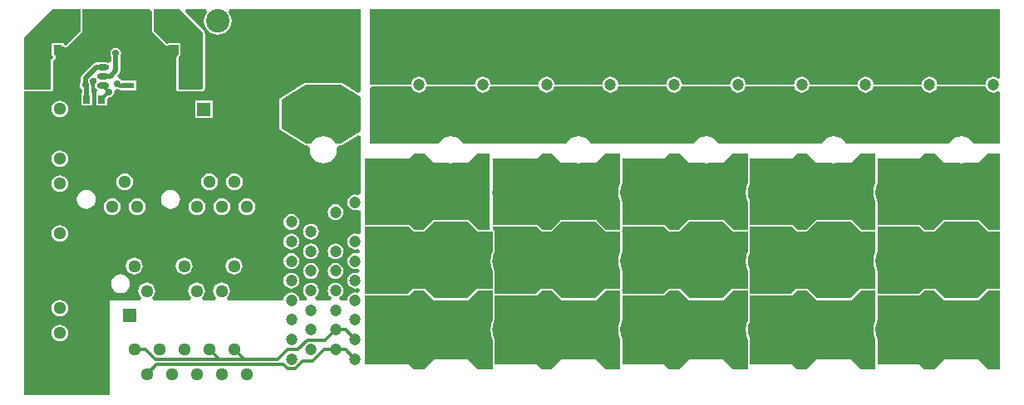
<source format=gtl>
G04 Layer_Physical_Order=1*
G04 Layer_Color=255*
%FSLAX24Y24*%
%MOIN*%
G70*
G01*
G75*
%ADD10O,0.0472X0.0236*%
%ADD11R,0.0472X0.0236*%
%ADD12R,0.0276X0.0354*%
%ADD13R,0.0315X0.0354*%
%ADD14C,0.0157*%
%ADD15C,0.0197*%
%ADD16C,0.0118*%
%ADD17R,0.0532X0.0532*%
%ADD18C,0.0532*%
%ADD19C,0.0945*%
%ADD20C,0.0472*%
%ADD21C,0.1654*%
%ADD22C,0.0512*%
%ADD23C,0.0276*%
%ADD24C,0.0394*%
G36*
X29134Y3130D02*
X29120Y3104D01*
X29068Y2933D01*
X29051Y2756D01*
X29068Y2578D01*
X29120Y2408D01*
X29134Y2382D01*
Y1181D01*
X28543D01*
X28150Y1575D01*
X26772D01*
X26378Y1181D01*
X25984D01*
X25787Y1378D01*
X24096D01*
Y2382D01*
X24095Y2386D01*
X24096Y2390D01*
X24092Y2401D01*
X24090Y2412D01*
X24088Y2416D01*
X24087Y2420D01*
X24076Y2439D01*
X24029Y2594D01*
X24016Y2731D01*
Y2781D01*
X24029Y2918D01*
X24076Y3073D01*
X24087Y3092D01*
X24088Y3096D01*
X24090Y3099D01*
X24092Y3111D01*
X24096Y3122D01*
X24095Y3126D01*
X24096Y3130D01*
Y4134D01*
X25787D01*
X25984Y4331D01*
X26378D01*
X26772Y3937D01*
X28150D01*
X28543Y4331D01*
X29134D01*
Y3130D01*
D02*
G37*
G36*
X34252D02*
X34238Y3104D01*
X34186Y2933D01*
X34169Y2756D01*
X34186Y2578D01*
X34238Y2408D01*
X34252Y2382D01*
Y1181D01*
X33661D01*
X33268Y1575D01*
X31890D01*
X31496Y1181D01*
X31102D01*
X30906Y1378D01*
X29214D01*
Y2382D01*
X29213Y2386D01*
X29214Y2390D01*
X29210Y2401D01*
X29208Y2412D01*
X29206Y2416D01*
X29205Y2420D01*
X29195Y2439D01*
X29147Y2594D01*
X29134Y2731D01*
Y2781D01*
X29147Y2918D01*
X29195Y3073D01*
X29205Y3092D01*
X29206Y3096D01*
X29208Y3099D01*
X29210Y3111D01*
X29214Y3122D01*
X29213Y3126D01*
X29214Y3130D01*
Y4134D01*
X30906D01*
X31102Y4331D01*
X31496D01*
X31890Y3937D01*
X33268D01*
X33661Y4331D01*
X34252D01*
Y3130D01*
D02*
G37*
G36*
X24016D02*
X24002Y3104D01*
X23950Y2933D01*
X23933Y2756D01*
X23950Y2578D01*
X24002Y2408D01*
X24016Y2382D01*
Y1181D01*
X23425D01*
X23031Y1575D01*
X21654D01*
X21260Y1181D01*
X20866D01*
X20669Y1378D01*
X18978D01*
Y2382D01*
X18977Y2386D01*
X18978Y2390D01*
X18974Y2401D01*
X18972Y2412D01*
X18970Y2416D01*
X18968Y2420D01*
X18958Y2439D01*
X18911Y2594D01*
X18898Y2731D01*
Y2781D01*
X18911Y2918D01*
X18958Y3073D01*
X18968Y3092D01*
X18970Y3096D01*
X18972Y3099D01*
X18974Y3111D01*
X18978Y3122D01*
X18977Y3126D01*
X18978Y3130D01*
Y4134D01*
X20669D01*
X20866Y4331D01*
X21260D01*
X21654Y3937D01*
X23031D01*
X23425Y4331D01*
X24016D01*
Y3130D01*
D02*
G37*
G36*
X24016Y8642D02*
X24002Y8616D01*
X23950Y8445D01*
X23933Y8268D01*
X23950Y8090D01*
X24002Y7920D01*
X24016Y7894D01*
Y6773D01*
X24016Y6773D01*
X23458D01*
X23088Y7143D01*
X23062Y7161D01*
X23031Y7167D01*
X21654D01*
X21623Y7161D01*
X21597Y7143D01*
X21597Y7143D01*
X21227Y6773D01*
X20899D01*
X20726Y6947D01*
X20700Y6964D01*
X20669Y6970D01*
X18898D01*
Y9646D01*
X20669D01*
X20866Y9843D01*
X21260D01*
X21654Y9449D01*
X22232D01*
X22343Y9434D01*
X22453Y9449D01*
X23031D01*
X23425Y9843D01*
X24016D01*
Y8642D01*
D02*
G37*
G36*
X18780Y9843D02*
Y6773D01*
X18340D01*
X17970Y7143D01*
X17944Y7161D01*
X17913Y7167D01*
X16535D01*
X16505Y7161D01*
X16479Y7143D01*
X16479Y7143D01*
X16108Y6773D01*
X15781D01*
X15608Y6947D01*
X15582Y6964D01*
X15551Y6970D01*
X13780D01*
Y9646D01*
X15551D01*
X15748Y9843D01*
X16142D01*
X16535Y9449D01*
X17114D01*
X17224Y9434D01*
X17335Y9449D01*
X17913D01*
X18307Y9843D01*
X18780Y9843D01*
D02*
G37*
G36*
X39250Y1181D02*
X38780D01*
X38386Y1575D01*
X37008D01*
X36614Y1181D01*
X36220D01*
X36024Y1378D01*
X34332D01*
Y2382D01*
X34331Y2386D01*
X34332Y2390D01*
X34328Y2401D01*
X34326Y2412D01*
X34324Y2416D01*
X34323Y2420D01*
X34313Y2439D01*
X34265Y2594D01*
X34252Y2731D01*
Y2781D01*
X34265Y2918D01*
X34313Y3073D01*
X34323Y3092D01*
X34324Y3096D01*
X34326Y3099D01*
X34328Y3111D01*
X34332Y3122D01*
X34331Y3126D01*
X34332Y3130D01*
Y4134D01*
X36024D01*
X36220Y4331D01*
X36614D01*
X37008Y3937D01*
X38386D01*
X38780Y4331D01*
X39250D01*
Y1181D01*
D02*
G37*
G36*
X23425Y6693D02*
X24016D01*
Y5886D01*
X24002Y5860D01*
X23950Y5689D01*
X23933Y5512D01*
X23950Y5334D01*
X24002Y5164D01*
X24016Y5138D01*
Y4411D01*
X23425D01*
X23394Y4405D01*
X23368Y4387D01*
X23368Y4387D01*
X22998Y4017D01*
X21687D01*
X21317Y4387D01*
X21291Y4405D01*
X21260Y4411D01*
X20866D01*
X20835Y4405D01*
X20809Y4387D01*
X20809Y4387D01*
X20636Y4214D01*
X18978D01*
Y4331D01*
X18972Y4361D01*
X18966Y4371D01*
X18972Y4380D01*
X18978Y4411D01*
Y5138D01*
X18977Y5142D01*
X18978Y5146D01*
X18974Y5157D01*
X18972Y5168D01*
X18970Y5172D01*
X18968Y5176D01*
X18958Y5194D01*
X18911Y5350D01*
X18898Y5487D01*
Y5537D01*
X18911Y5674D01*
X18958Y5829D01*
X18968Y5848D01*
X18970Y5852D01*
X18972Y5855D01*
X18974Y5867D01*
X18978Y5878D01*
X18977Y5882D01*
X18978Y5886D01*
Y6693D01*
X18972Y6724D01*
X18954Y6750D01*
X18928Y6767D01*
X18898Y6773D01*
X18898D01*
Y6890D01*
X20669D01*
X20866Y6693D01*
X21260D01*
X21654Y7087D01*
X23031D01*
X23425Y6693D01*
D02*
G37*
G36*
X18307D02*
X18898D01*
Y5886D01*
X18884Y5860D01*
X18832Y5689D01*
X18815Y5512D01*
X18832Y5334D01*
X18884Y5164D01*
X18898Y5138D01*
Y4411D01*
X18307D01*
X18276Y4405D01*
X18250Y4387D01*
X18250Y4387D01*
X17880Y4017D01*
X16569D01*
X16199Y4387D01*
X16172Y4405D01*
X16142Y4411D01*
X15748D01*
X15717Y4405D01*
X15691Y4387D01*
X15691Y4387D01*
X15518Y4214D01*
X13780D01*
X13780Y4214D01*
Y6890D01*
X15551D01*
X15748Y6693D01*
X16142D01*
X16535Y7087D01*
X17913D01*
X18307Y6693D01*
D02*
G37*
G36*
X28543D02*
X29134D01*
Y5886D01*
X29120Y5860D01*
X29068Y5689D01*
X29051Y5512D01*
X29068Y5334D01*
X29120Y5164D01*
X29134Y5138D01*
Y4411D01*
X28543D01*
X28513Y4405D01*
X28487Y4387D01*
X28487Y4387D01*
X28116Y4017D01*
X26805D01*
X26435Y4387D01*
X26409Y4405D01*
X26378Y4411D01*
X25984D01*
X25954Y4405D01*
X25927Y4387D01*
X25927Y4387D01*
X25754Y4214D01*
X24096D01*
Y4331D01*
X24090Y4361D01*
X24084Y4371D01*
X24090Y4380D01*
X24096Y4411D01*
Y5138D01*
X24095Y5142D01*
X24096Y5146D01*
X24092Y5157D01*
X24090Y5168D01*
X24088Y5172D01*
X24087Y5176D01*
X24076Y5194D01*
X24029Y5350D01*
X24016Y5487D01*
Y5537D01*
X24029Y5674D01*
X24076Y5829D01*
X24087Y5848D01*
X24088Y5852D01*
X24090Y5855D01*
X24092Y5867D01*
X24096Y5878D01*
X24095Y5882D01*
X24096Y5886D01*
Y6693D01*
X24090Y6724D01*
X24084Y6733D01*
X24090Y6742D01*
X24096Y6773D01*
Y6890D01*
X25787D01*
X25984Y6693D01*
X26378D01*
X26772Y7087D01*
X28150D01*
X28543Y6693D01*
D02*
G37*
G36*
X38780D02*
X39250D01*
Y4411D01*
X38780D01*
X38749Y4405D01*
X38723Y4387D01*
X38723Y4387D01*
X38353Y4017D01*
X37041D01*
X36671Y4387D01*
X36645Y4405D01*
X36614Y4411D01*
X36220D01*
X36190Y4405D01*
X36164Y4387D01*
X36164Y4387D01*
X35990Y4214D01*
X34332D01*
Y4331D01*
X34326Y4361D01*
X34320Y4371D01*
X34326Y4380D01*
X34332Y4411D01*
Y5138D01*
X34331Y5142D01*
X34332Y5146D01*
X34328Y5157D01*
X34326Y5168D01*
X34324Y5172D01*
X34323Y5176D01*
X34313Y5194D01*
X34265Y5350D01*
X34252Y5487D01*
Y5537D01*
X34265Y5674D01*
X34313Y5829D01*
X34323Y5848D01*
X34324Y5852D01*
X34326Y5855D01*
X34328Y5867D01*
X34332Y5878D01*
X34331Y5882D01*
X34332Y5886D01*
Y6693D01*
X34326Y6724D01*
X34320Y6733D01*
X34326Y6742D01*
X34332Y6773D01*
Y6890D01*
X36024D01*
X36220Y6693D01*
X36614D01*
X37008Y7087D01*
X38386D01*
X38780Y6693D01*
D02*
G37*
G36*
X33661D02*
X34252D01*
Y5886D01*
X34238Y5860D01*
X34186Y5689D01*
X34169Y5512D01*
X34186Y5334D01*
X34238Y5164D01*
X34252Y5138D01*
Y4411D01*
X34252Y4411D01*
X33661D01*
X33631Y4405D01*
X33605Y4387D01*
X33605Y4387D01*
X33234Y4017D01*
X31923D01*
X31553Y4387D01*
X31527Y4405D01*
X31496Y4411D01*
X31102D01*
X31072Y4405D01*
X31046Y4387D01*
X31046Y4387D01*
X30872Y4214D01*
X29214D01*
Y4331D01*
X29208Y4361D01*
X29202Y4371D01*
X29208Y4380D01*
X29214Y4411D01*
Y5138D01*
X29213Y5142D01*
X29214Y5146D01*
X29210Y5157D01*
X29208Y5168D01*
X29206Y5172D01*
X29205Y5176D01*
X29195Y5194D01*
X29147Y5350D01*
X29134Y5487D01*
Y5537D01*
X29147Y5674D01*
X29195Y5829D01*
X29205Y5848D01*
X29206Y5852D01*
X29208Y5855D01*
X29210Y5867D01*
X29214Y5878D01*
X29213Y5882D01*
X29214Y5886D01*
Y6693D01*
X29208Y6724D01*
X29202Y6733D01*
X29208Y6742D01*
X29214Y6773D01*
Y6890D01*
X30906D01*
X31102Y6693D01*
X31496D01*
X31890Y7087D01*
X33268D01*
X33661Y6693D01*
D02*
G37*
G36*
X29134Y8642D02*
X29120Y8616D01*
X29068Y8445D01*
X29051Y8268D01*
X29068Y8090D01*
X29120Y7920D01*
X29134Y7894D01*
Y6773D01*
X28577D01*
X28206Y7143D01*
X28180Y7161D01*
X28150Y7167D01*
X26772D01*
X26741Y7161D01*
X26715Y7143D01*
X26715Y7143D01*
X26345Y6773D01*
X26018D01*
X25844Y6947D01*
X25818Y6964D01*
X25787Y6970D01*
X24096D01*
Y7894D01*
X24095Y7897D01*
X24096Y7901D01*
X24092Y7913D01*
X24090Y7924D01*
X24088Y7928D01*
X24087Y7931D01*
X24076Y7950D01*
X24029Y8106D01*
X24016Y8243D01*
Y8293D01*
X24029Y8429D01*
X24076Y8585D01*
X24087Y8604D01*
X24088Y8608D01*
X24090Y8611D01*
X24092Y8623D01*
X24096Y8634D01*
X24095Y8638D01*
X24096Y8642D01*
Y9646D01*
X25787D01*
X25984Y9843D01*
X26378D01*
X26772Y9449D01*
X27350D01*
X27461Y9434D01*
X27571Y9449D01*
X28150D01*
X28543Y9843D01*
X29134D01*
Y8642D01*
D02*
G37*
G36*
X13622Y12316D02*
X13519Y12258D01*
X13349Y12360D01*
X13348Y12360D01*
X13348Y12361D01*
X13336Y12364D01*
X13334Y12366D01*
X13267Y12393D01*
X13218Y12431D01*
X13218Y12432D01*
X13206Y12442D01*
X13195Y12452D01*
X12837Y12667D01*
X12831Y12669D01*
X12826Y12673D01*
X12816Y12675D01*
X12807Y12678D01*
X12801Y12678D01*
X12795Y12679D01*
X11417D01*
X11411Y12678D01*
X11406Y12678D01*
X11396Y12675D01*
X11387Y12673D01*
X11382Y12669D01*
X11376Y12667D01*
X11017Y12452D01*
X11006Y12442D01*
X10995Y12432D01*
X10994Y12431D01*
X10945Y12393D01*
X10878Y12366D01*
X10876Y12364D01*
X10865Y12361D01*
X10864Y12360D01*
X10864Y12360D01*
X10392Y12077D01*
X10384Y12070D01*
X10376Y12065D01*
X10373Y12060D01*
X10369Y12056D01*
X10364Y12047D01*
X10359Y12039D01*
X10358Y12033D01*
X10355Y12027D01*
X10355Y12018D01*
X10353Y12008D01*
Y10827D01*
X10355Y10817D01*
X10355Y10807D01*
X10358Y10802D01*
X10359Y10796D01*
X10364Y10788D01*
X10369Y10779D01*
X10373Y10775D01*
X10376Y10770D01*
X10384Y10765D01*
X10392Y10758D01*
X11376Y10167D01*
X11382Y10165D01*
X11387Y10162D01*
X11396Y10160D01*
X11406Y10157D01*
X11411Y10157D01*
X11417Y10156D01*
X11473D01*
X11568Y10038D01*
X11560Y9980D01*
X11579Y9839D01*
X11633Y9707D01*
X11720Y9594D01*
X11833Y9507D01*
X11965Y9453D01*
X12106Y9434D01*
X12248Y9453D01*
X12379Y9507D01*
X12492Y9594D01*
X12579Y9707D01*
X12634Y9839D01*
X12652Y9980D01*
X12645Y10038D01*
X12740Y10156D01*
X12795D01*
X12801Y10157D01*
X12807Y10157D01*
X12816Y10160D01*
X12826Y10162D01*
X12831Y10165D01*
X12837Y10167D01*
X13519Y10577D01*
X13622Y10519D01*
Y8239D01*
X13603Y8216D01*
X13504Y8166D01*
X13468Y8181D01*
X13386Y8192D01*
X13304Y8181D01*
X13227Y8149D01*
X13161Y8099D01*
X13111Y8033D01*
X13079Y7956D01*
X13068Y7874D01*
X13079Y7792D01*
X13111Y7715D01*
X13161Y7649D01*
X13227Y7599D01*
X13304Y7567D01*
X13386Y7556D01*
X13468Y7567D01*
X13504Y7582D01*
X13603Y7532D01*
X13622Y7509D01*
Y6664D01*
X13603Y6641D01*
X13504Y6591D01*
X13468Y6606D01*
X13386Y6617D01*
X13304Y6606D01*
X13227Y6574D01*
X13161Y6524D01*
X13111Y6458D01*
X13079Y6381D01*
X13068Y6299D01*
X13079Y6217D01*
X13111Y6140D01*
X13161Y6075D01*
X13227Y6024D01*
X13304Y5992D01*
X13386Y5982D01*
X13468Y5992D01*
X13582Y5931D01*
X13589Y5906D01*
X13582Y5880D01*
X13468Y5819D01*
X13386Y5829D01*
X13304Y5819D01*
X13227Y5787D01*
X13161Y5736D01*
X13111Y5671D01*
X13079Y5594D01*
X13068Y5512D01*
X13079Y5430D01*
X13111Y5353D01*
X13161Y5287D01*
X13227Y5237D01*
X13304Y5205D01*
X13386Y5194D01*
X13468Y5205D01*
X13582Y5144D01*
X13589Y5118D01*
X13582Y5092D01*
X13468Y5031D01*
X13386Y5042D01*
X13304Y5031D01*
X13227Y5000D01*
X13161Y4949D01*
X13111Y4883D01*
X13079Y4807D01*
X13068Y4724D01*
X13079Y4642D01*
X13111Y4566D01*
X13161Y4500D01*
X13227Y4449D01*
X13304Y4418D01*
X13386Y4407D01*
X13468Y4418D01*
X13582Y4356D01*
X13589Y4331D01*
X13582Y4305D01*
X13468Y4244D01*
X13386Y4255D01*
X13304Y4244D01*
X13227Y4212D01*
X13161Y4162D01*
X13111Y4096D01*
X13079Y4019D01*
X13068Y3937D01*
X12780D01*
X12756Y4055D01*
X12757Y4056D01*
X12823Y4106D01*
X12874Y4172D01*
X12905Y4248D01*
X12916Y4331D01*
X12905Y4413D01*
X12874Y4490D01*
X12823Y4555D01*
X12757Y4606D01*
X12681Y4638D01*
X12598Y4648D01*
X12516Y4638D01*
X12440Y4606D01*
X12374Y4555D01*
X12323Y4490D01*
X12292Y4413D01*
X12281Y4331D01*
X12292Y4248D01*
X12323Y4172D01*
X12374Y4106D01*
X12440Y4056D01*
X12441Y4055D01*
X12417Y3937D01*
X11795D01*
X11772Y4055D01*
X11773Y4056D01*
X11839Y4106D01*
X11889Y4172D01*
X11921Y4248D01*
X11932Y4331D01*
X11921Y4413D01*
X11889Y4490D01*
X11839Y4555D01*
X11773Y4606D01*
X11696Y4638D01*
X11614Y4648D01*
X11532Y4638D01*
X11455Y4606D01*
X11390Y4555D01*
X11339Y4490D01*
X11307Y4413D01*
X11296Y4331D01*
X11307Y4248D01*
X11339Y4172D01*
X11390Y4106D01*
X11455Y4056D01*
X11456Y4055D01*
X11433Y3937D01*
X11144D01*
X11134Y4019D01*
X11102Y4096D01*
X11051Y4162D01*
X10986Y4212D01*
X10909Y4244D01*
X10827Y4255D01*
X10745Y4244D01*
X10668Y4212D01*
X10602Y4162D01*
X10552Y4096D01*
X10520Y4019D01*
X10509Y3937D01*
X8279D01*
X8239Y4055D01*
X8266Y4076D01*
X8320Y4146D01*
X8354Y4228D01*
X8365Y4315D01*
X8354Y4402D01*
X8320Y4484D01*
X8266Y4554D01*
X8196Y4607D01*
X8115Y4641D01*
X8028Y4652D01*
X7940Y4641D01*
X7859Y4607D01*
X7789Y4554D01*
X7735Y4484D01*
X7702Y4402D01*
X7690Y4315D01*
X7702Y4228D01*
X7735Y4146D01*
X7789Y4076D01*
X7816Y4055D01*
X7776Y3937D01*
X7279D01*
X7239Y4055D01*
X7266Y4076D01*
X7320Y4146D01*
X7354Y4228D01*
X7365Y4315D01*
X7354Y4402D01*
X7320Y4484D01*
X7266Y4554D01*
X7196Y4607D01*
X7115Y4641D01*
X7028Y4652D01*
X6940Y4641D01*
X6859Y4607D01*
X6789Y4554D01*
X6735Y4484D01*
X6702Y4402D01*
X6690Y4315D01*
X6702Y4228D01*
X6735Y4146D01*
X6789Y4076D01*
X6816Y4055D01*
X6776Y3937D01*
X5279D01*
X5239Y4055D01*
X5266Y4076D01*
X5320Y4146D01*
X5354Y4228D01*
X5365Y4315D01*
X5354Y4402D01*
X5320Y4484D01*
X5266Y4554D01*
X5196Y4607D01*
X5115Y4641D01*
X5028Y4652D01*
X4940Y4641D01*
X4859Y4607D01*
X4789Y4554D01*
X4735Y4484D01*
X4702Y4402D01*
X4690Y4315D01*
X4702Y4228D01*
X4735Y4146D01*
X4789Y4076D01*
X4816Y4055D01*
X4776Y3937D01*
X3543D01*
Y120D01*
X120D01*
Y12321D01*
X1181D01*
X1212Y12327D01*
X1238Y12345D01*
X1255Y12371D01*
X1261Y12402D01*
Y13549D01*
X1342Y13630D01*
X1360Y13656D01*
X1366Y13687D01*
X1360Y13718D01*
X1330Y13791D01*
X1312Y13817D01*
X1301Y13824D01*
Y14191D01*
X1614D01*
X1619Y14167D01*
X1636Y14141D01*
X1662Y14123D01*
X1735Y14093D01*
X1766Y14087D01*
X1796Y14093D01*
X1822Y14110D01*
X2419Y14707D01*
X2436Y14733D01*
X2442Y14764D01*
Y15628D01*
X5151D01*
X5235Y15544D01*
X5235Y14764D01*
X5241Y14733D01*
X5258Y14707D01*
X5779Y14186D01*
X5805Y14169D01*
X5836Y14163D01*
X5867Y14169D01*
X5921Y14191D01*
X6298D01*
Y13816D01*
X6242Y13761D01*
X6225Y13735D01*
X6219Y13704D01*
X6219Y12402D01*
X6225Y12371D01*
X6242Y12345D01*
X6268Y12327D01*
X6299Y12321D01*
X7228D01*
X7228Y12321D01*
X7259Y12327D01*
X7285Y12345D01*
X7285Y12345D01*
X7340Y12400D01*
X7358Y12427D01*
X7364Y12457D01*
X7364Y14680D01*
X7358Y14711D01*
X7340Y14737D01*
X7340Y14737D01*
X6559Y15518D01*
X6604Y15628D01*
X7396D01*
X7449Y15510D01*
X7393Y15435D01*
X7337Y15301D01*
X7318Y15157D01*
X7337Y15014D01*
X7393Y14880D01*
X7481Y14764D01*
X7596Y14676D01*
X7730Y14620D01*
X7874Y14602D01*
X8018Y14620D01*
X8152Y14676D01*
X8267Y14764D01*
X8355Y14880D01*
X8411Y15014D01*
X8430Y15157D01*
X8411Y15301D01*
X8355Y15435D01*
X8299Y15510D01*
X8352Y15628D01*
X13622D01*
Y12316D01*
D02*
G37*
G36*
X26499Y12518D02*
X28422Y12518D01*
X28433Y12516D01*
X28465Y12440D01*
X28516Y12374D01*
X28581Y12323D01*
X28658Y12292D01*
X28740Y12281D01*
X28822Y12292D01*
X28899Y12323D01*
X28965Y12374D01*
X29015Y12440D01*
X29047Y12516D01*
X29058Y12518D01*
X30982D01*
X30992Y12516D01*
X31024Y12440D01*
X31075Y12374D01*
X31140Y12323D01*
X31217Y12292D01*
X31299Y12281D01*
X31381Y12292D01*
X31458Y12323D01*
X31524Y12374D01*
X31574Y12440D01*
X31606Y12516D01*
X31617Y12518D01*
X33541D01*
X33551Y12516D01*
X33583Y12440D01*
X33634Y12374D01*
X33699Y12323D01*
X33776Y12292D01*
X33858Y12281D01*
X33940Y12292D01*
X34017Y12323D01*
X34083Y12374D01*
X34133Y12440D01*
X34165Y12516D01*
X34176Y12518D01*
X36100D01*
X36110Y12516D01*
X36142Y12440D01*
X36193Y12374D01*
X36258Y12323D01*
X36335Y12292D01*
X36417Y12281D01*
X36500Y12292D01*
X36576Y12323D01*
X36642Y12374D01*
X36692Y12440D01*
X36724Y12516D01*
X36735Y12518D01*
X38659D01*
X38670Y12516D01*
X38701Y12440D01*
X38752Y12374D01*
X38818Y12323D01*
X38894Y12292D01*
X38976Y12281D01*
X39059Y12292D01*
X39135Y12323D01*
X39171Y12351D01*
X39250Y12313D01*
Y10236D01*
X38177D01*
X38170Y10253D01*
X38083Y10366D01*
X37970Y10453D01*
X37838Y10508D01*
X37697Y10526D01*
X37556Y10508D01*
X37424Y10453D01*
X37311Y10366D01*
X37224Y10253D01*
X37217Y10236D01*
X33059D01*
X33052Y10253D01*
X32965Y10366D01*
X32852Y10453D01*
X32720Y10508D01*
X32579Y10526D01*
X32437Y10508D01*
X32306Y10453D01*
X32193Y10366D01*
X32106Y10253D01*
X32099Y10236D01*
X27941D01*
X27933Y10253D01*
X27847Y10366D01*
X27734Y10453D01*
X27602Y10508D01*
X27461Y10526D01*
X27319Y10508D01*
X27188Y10453D01*
X27075Y10366D01*
X26988Y10253D01*
X26981Y10236D01*
X22822D01*
X22815Y10253D01*
X22729Y10366D01*
X22616Y10453D01*
X22484Y10508D01*
X22343Y10526D01*
X22201Y10508D01*
X22070Y10453D01*
X21956Y10366D01*
X21870Y10253D01*
X21863Y10236D01*
X17704D01*
X17697Y10253D01*
X17610Y10366D01*
X17497Y10453D01*
X17366Y10508D01*
X17224Y10526D01*
X17083Y10508D01*
X16951Y10453D01*
X16838Y10366D01*
X16752Y10253D01*
X16744Y10236D01*
X13976D01*
Y12462D01*
X14032Y12518D01*
X15627D01*
X15638Y12516D01*
X15670Y12440D01*
X15720Y12374D01*
X15786Y12323D01*
X15863Y12292D01*
X15945Y12281D01*
X16027Y12292D01*
X16104Y12323D01*
X16170Y12374D01*
X16220Y12440D01*
X16252Y12516D01*
X16256Y12519D01*
X16263Y12518D01*
X18186D01*
X18193Y12519D01*
X18197Y12516D01*
X18229Y12440D01*
X18279Y12374D01*
X18345Y12323D01*
X18422Y12292D01*
X18504Y12281D01*
X18586Y12292D01*
X18663Y12323D01*
X18729Y12374D01*
X18779Y12440D01*
X18811Y12516D01*
X18815Y12519D01*
X18822Y12518D01*
X20745D01*
X20752Y12519D01*
X20756Y12516D01*
X20788Y12440D01*
X20838Y12374D01*
X20904Y12323D01*
X20981Y12292D01*
X21063Y12281D01*
X21145Y12292D01*
X21222Y12323D01*
X21288Y12374D01*
X21338Y12440D01*
X21370Y12516D01*
X21374Y12519D01*
X21381Y12518D01*
X23304D01*
X23311Y12519D01*
X23315Y12516D01*
X23347Y12440D01*
X23397Y12374D01*
X23463Y12323D01*
X23540Y12292D01*
X23622Y12281D01*
X23704Y12292D01*
X23781Y12323D01*
X23847Y12374D01*
X23897Y12440D01*
X23929Y12516D01*
X23933Y12519D01*
X23940Y12518D01*
X25863D01*
X25870Y12519D01*
X25874Y12516D01*
X25906Y12440D01*
X25956Y12374D01*
X26022Y12323D01*
X26099Y12292D01*
X26181Y12281D01*
X26263Y12292D01*
X26340Y12323D01*
X26406Y12374D01*
X26456Y12440D01*
X26488Y12516D01*
X26492Y12519D01*
X26499Y12518D01*
D02*
G37*
G36*
X2362Y14764D02*
X1766Y14167D01*
X1693Y14197D01*
Y14272D01*
X1220D01*
Y13760D01*
X1255D01*
X1286Y13687D01*
X1181Y13583D01*
Y12402D01*
X120D01*
Y14490D01*
X1258Y15628D01*
X2362D01*
Y14764D01*
D02*
G37*
G36*
X7283Y14680D02*
X7283Y12457D01*
X7228Y12402D01*
X6299D01*
X6299Y13704D01*
X6355Y13760D01*
X6378D01*
Y14272D01*
X5906D01*
X5906Y14272D01*
Y14272D01*
X5836Y14243D01*
X5315Y14764D01*
X5315Y15628D01*
X6336D01*
X7283Y14680D01*
D02*
G37*
G36*
X39250Y12884D02*
X39171Y12846D01*
X39135Y12874D01*
X39059Y12905D01*
X38976Y12916D01*
X38894Y12905D01*
X38818Y12874D01*
X38752Y12823D01*
X38701Y12757D01*
X38670Y12681D01*
X38659Y12598D01*
X38659Y12598D01*
X36735D01*
X36735Y12598D01*
X36724Y12681D01*
X36692Y12757D01*
X36642Y12823D01*
X36576Y12874D01*
X36500Y12905D01*
X36417Y12916D01*
X36335Y12905D01*
X36258Y12874D01*
X36193Y12823D01*
X36142Y12757D01*
X36110Y12681D01*
X36100Y12598D01*
X36100Y12598D01*
X34176D01*
X34176Y12598D01*
X34165Y12681D01*
X34133Y12757D01*
X34083Y12823D01*
X34017Y12874D01*
X33940Y12905D01*
X33858Y12916D01*
X33776Y12905D01*
X33699Y12874D01*
X33634Y12823D01*
X33583Y12757D01*
X33551Y12681D01*
X33541Y12598D01*
X33541Y12598D01*
X31617D01*
X31617Y12598D01*
X31606Y12681D01*
X31574Y12757D01*
X31524Y12823D01*
X31458Y12874D01*
X31381Y12905D01*
X31299Y12916D01*
X31217Y12905D01*
X31140Y12874D01*
X31075Y12823D01*
X31024Y12757D01*
X30992Y12681D01*
X30982Y12598D01*
X30982Y12598D01*
X29058D01*
X29058Y12598D01*
X29047Y12681D01*
X29015Y12757D01*
X28965Y12823D01*
X28899Y12874D01*
X28822Y12905D01*
X28740Y12916D01*
X28658Y12905D01*
X28581Y12874D01*
X28516Y12823D01*
X28465Y12757D01*
X28433Y12681D01*
X28422Y12598D01*
X28422Y12598D01*
X26499Y12598D01*
X26499Y12598D01*
X26488Y12681D01*
X26456Y12757D01*
X26406Y12823D01*
X26340Y12874D01*
X26263Y12905D01*
X26181Y12916D01*
X26099Y12905D01*
X26022Y12874D01*
X25956Y12823D01*
X25906Y12757D01*
X25874Y12681D01*
X25863Y12598D01*
X25863Y12598D01*
X23940D01*
X23940Y12598D01*
X23929Y12681D01*
X23897Y12757D01*
X23847Y12823D01*
X23781Y12874D01*
X23704Y12905D01*
X23622Y12916D01*
X23540Y12905D01*
X23463Y12874D01*
X23397Y12823D01*
X23347Y12757D01*
X23315Y12681D01*
X23304Y12598D01*
X23304Y12598D01*
X21381D01*
X21381Y12598D01*
X21370Y12681D01*
X21338Y12757D01*
X21288Y12823D01*
X21222Y12874D01*
X21145Y12905D01*
X21063Y12916D01*
X20981Y12905D01*
X20904Y12874D01*
X20838Y12823D01*
X20788Y12757D01*
X20756Y12681D01*
X20745Y12598D01*
X20745Y12598D01*
X18822D01*
X18822Y12598D01*
X18811Y12681D01*
X18779Y12757D01*
X18729Y12823D01*
X18663Y12874D01*
X18586Y12905D01*
X18504Y12916D01*
X18422Y12905D01*
X18345Y12874D01*
X18279Y12823D01*
X18229Y12757D01*
X18197Y12681D01*
X18186Y12598D01*
X18186Y12598D01*
X16263D01*
X16263Y12598D01*
X16252Y12681D01*
X16220Y12757D01*
X16170Y12823D01*
X16104Y12874D01*
X16027Y12905D01*
X15945Y12916D01*
X15863Y12905D01*
X15786Y12874D01*
X15720Y12823D01*
X15670Y12757D01*
X15638Y12681D01*
X15627Y12598D01*
X15627Y12598D01*
X13976D01*
Y15628D01*
X39250D01*
Y12884D01*
D02*
G37*
G36*
Y6773D02*
X38813D01*
X38443Y7143D01*
X38417Y7161D01*
X38386Y7167D01*
X37008D01*
X36977Y7161D01*
X36951Y7143D01*
X36951Y7143D01*
X36581Y6773D01*
X36254D01*
X36080Y6947D01*
X36054Y6964D01*
X36024Y6970D01*
X34332D01*
Y7894D01*
X34331Y7897D01*
X34332Y7901D01*
X34328Y7913D01*
X34326Y7924D01*
X34324Y7928D01*
X34323Y7931D01*
X34313Y7950D01*
X34265Y8106D01*
X34252Y8243D01*
Y8293D01*
X34265Y8429D01*
X34313Y8585D01*
X34323Y8604D01*
X34324Y8608D01*
X34326Y8611D01*
X34328Y8623D01*
X34332Y8634D01*
X34331Y8638D01*
X34332Y8642D01*
Y9646D01*
X36024D01*
X36220Y9843D01*
X36614D01*
X37008Y9449D01*
X37587D01*
X37697Y9434D01*
X37807Y9449D01*
X38386D01*
X38780Y9843D01*
X39250D01*
Y6773D01*
D02*
G37*
G36*
X34252Y8642D02*
X34238Y8616D01*
X34186Y8445D01*
X34169Y8268D01*
X34186Y8090D01*
X34238Y7920D01*
X34252Y7894D01*
Y6773D01*
X33695D01*
X33324Y7143D01*
X33298Y7161D01*
X33268Y7167D01*
X31890D01*
X31859Y7161D01*
X31833Y7143D01*
X31833Y7143D01*
X31463Y6773D01*
X31136D01*
X30962Y6947D01*
X30936Y6964D01*
X30906Y6970D01*
X29214D01*
Y7894D01*
X29213Y7897D01*
X29214Y7901D01*
X29210Y7913D01*
X29208Y7924D01*
X29206Y7928D01*
X29205Y7931D01*
X29195Y7950D01*
X29147Y8106D01*
X29134Y8243D01*
Y8293D01*
X29147Y8429D01*
X29195Y8585D01*
X29205Y8604D01*
X29206Y8608D01*
X29208Y8611D01*
X29210Y8623D01*
X29214Y8634D01*
X29213Y8638D01*
X29214Y8642D01*
Y9646D01*
X30906D01*
X31102Y9843D01*
X31496D01*
X31890Y9449D01*
X32469D01*
X32579Y9434D01*
X32689Y9449D01*
X33268D01*
X33661Y9843D01*
X34252D01*
Y8642D01*
D02*
G37*
G36*
X13154Y12383D02*
X13161Y12374D01*
X13227Y12323D01*
X13304Y12292D01*
X13308Y12291D01*
X13622Y12102D01*
Y10732D01*
X12795Y10236D01*
X12586D01*
X12579Y10253D01*
X12492Y10366D01*
X12379Y10453D01*
X12248Y10508D01*
X12106Y10526D01*
X11965Y10508D01*
X11833Y10453D01*
X11720Y10366D01*
X11633Y10253D01*
X11626Y10236D01*
X11417D01*
X10433Y10827D01*
Y12008D01*
X10905Y12291D01*
X10909Y12292D01*
X10986Y12323D01*
X11051Y12374D01*
X11059Y12383D01*
X11417Y12598D01*
X12795D01*
X13154Y12383D01*
D02*
G37*
G36*
X18898Y3130D02*
X18884Y3104D01*
X18832Y2933D01*
X18815Y2756D01*
X18832Y2578D01*
X18884Y2408D01*
X18898Y2382D01*
Y1181D01*
X18307D01*
X17913Y1575D01*
X16535D01*
X16142Y1181D01*
X15748D01*
X15551Y1378D01*
X13780D01*
Y4134D01*
X15551D01*
X15748Y4331D01*
X16142D01*
X16535Y3937D01*
X17913D01*
X18307Y4331D01*
X18898D01*
Y3130D01*
D02*
G37*
%LPC*%
G36*
X11614Y6223D02*
X11532Y6212D01*
X11455Y6181D01*
X11390Y6130D01*
X11339Y6064D01*
X11307Y5988D01*
X11296Y5906D01*
X11307Y5823D01*
X11339Y5747D01*
X11390Y5681D01*
X11455Y5630D01*
X11532Y5599D01*
X11614Y5588D01*
X11696Y5599D01*
X11773Y5630D01*
X11839Y5681D01*
X11889Y5747D01*
X11921Y5823D01*
X11932Y5906D01*
X11921Y5988D01*
X11889Y6064D01*
X11839Y6130D01*
X11773Y6181D01*
X11696Y6212D01*
X11614Y6223D01*
D02*
G37*
G36*
X12598D02*
X12516Y6212D01*
X12440Y6181D01*
X12374Y6130D01*
X12323Y6064D01*
X12292Y5988D01*
X12281Y5906D01*
X12292Y5823D01*
X12323Y5747D01*
X12374Y5681D01*
X12440Y5630D01*
X12516Y5599D01*
X12598Y5588D01*
X12681Y5599D01*
X12757Y5630D01*
X12823Y5681D01*
X12874Y5747D01*
X12905Y5823D01*
X12916Y5906D01*
X12905Y5988D01*
X12874Y6064D01*
X12823Y6130D01*
X12757Y6181D01*
X12681Y6212D01*
X12598Y6223D01*
D02*
G37*
G36*
X10827Y6617D02*
X10745Y6606D01*
X10668Y6574D01*
X10602Y6524D01*
X10552Y6458D01*
X10520Y6381D01*
X10509Y6299D01*
X10520Y6217D01*
X10552Y6140D01*
X10602Y6075D01*
X10668Y6024D01*
X10745Y5992D01*
X10827Y5982D01*
X10909Y5992D01*
X10986Y6024D01*
X11051Y6075D01*
X11102Y6140D01*
X11134Y6217D01*
X11144Y6299D01*
X11134Y6381D01*
X11102Y6458D01*
X11051Y6524D01*
X10986Y6574D01*
X10909Y6606D01*
X10827Y6617D01*
D02*
G37*
G36*
X1535Y2960D02*
X1448Y2948D01*
X1367Y2914D01*
X1297Y2861D01*
X1243Y2791D01*
X1209Y2709D01*
X1198Y2622D01*
X1209Y2535D01*
X1243Y2453D01*
X1297Y2383D01*
X1367Y2330D01*
X1448Y2296D01*
X1535Y2285D01*
X1623Y2296D01*
X1704Y2330D01*
X1774Y2383D01*
X1828Y2453D01*
X1861Y2535D01*
X1873Y2622D01*
X1861Y2709D01*
X1828Y2791D01*
X1774Y2861D01*
X1704Y2914D01*
X1623Y2948D01*
X1535Y2960D01*
D02*
G37*
G36*
X10827Y5829D02*
X10745Y5819D01*
X10668Y5787D01*
X10602Y5736D01*
X10552Y5671D01*
X10520Y5594D01*
X10509Y5512D01*
X10520Y5430D01*
X10552Y5353D01*
X10602Y5287D01*
X10668Y5237D01*
X10745Y5205D01*
X10827Y5194D01*
X10909Y5205D01*
X10986Y5237D01*
X11051Y5287D01*
X11102Y5353D01*
X11134Y5430D01*
X11144Y5512D01*
X11134Y5594D01*
X11102Y5671D01*
X11051Y5736D01*
X10986Y5787D01*
X10909Y5819D01*
X10827Y5829D01*
D02*
G37*
G36*
Y5042D02*
X10745Y5031D01*
X10668Y5000D01*
X10602Y4949D01*
X10552Y4883D01*
X10520Y4807D01*
X10509Y4724D01*
X10520Y4642D01*
X10552Y4566D01*
X10602Y4500D01*
X10668Y4449D01*
X10745Y4418D01*
X10827Y4407D01*
X10909Y4418D01*
X10986Y4449D01*
X11051Y4500D01*
X11102Y4566D01*
X11134Y4642D01*
X11144Y4724D01*
X11134Y4807D01*
X11102Y4883D01*
X11051Y4949D01*
X10986Y5000D01*
X10909Y5031D01*
X10827Y5042D01*
D02*
G37*
G36*
X11614Y5436D02*
X11532Y5425D01*
X11455Y5393D01*
X11390Y5343D01*
X11339Y5277D01*
X11307Y5200D01*
X11296Y5118D01*
X11307Y5036D01*
X11339Y4959D01*
X11390Y4893D01*
X11455Y4843D01*
X11532Y4811D01*
X11614Y4800D01*
X11696Y4811D01*
X11773Y4843D01*
X11839Y4893D01*
X11889Y4959D01*
X11921Y5036D01*
X11932Y5118D01*
X11921Y5200D01*
X11889Y5277D01*
X11839Y5343D01*
X11773Y5393D01*
X11696Y5425D01*
X11614Y5436D01*
D02*
G37*
G36*
X1535Y3960D02*
X1448Y3948D01*
X1367Y3914D01*
X1297Y3861D01*
X1243Y3791D01*
X1209Y3709D01*
X1198Y3622D01*
X1209Y3535D01*
X1243Y3453D01*
X1297Y3383D01*
X1367Y3330D01*
X1448Y3296D01*
X1535Y3285D01*
X1623Y3296D01*
X1704Y3330D01*
X1774Y3383D01*
X1828Y3453D01*
X1861Y3535D01*
X1873Y3622D01*
X1861Y3709D01*
X1828Y3791D01*
X1774Y3861D01*
X1704Y3914D01*
X1623Y3948D01*
X1535Y3960D01*
D02*
G37*
G36*
X3976Y4984D02*
X3879Y4971D01*
X3788Y4933D01*
X3710Y4873D01*
X3650Y4795D01*
X3612Y4704D01*
X3599Y4606D01*
X3612Y4509D01*
X3650Y4418D01*
X3710Y4340D01*
X3788Y4280D01*
X3879Y4242D01*
X3976Y4229D01*
X4074Y4242D01*
X4165Y4280D01*
X4243Y4340D01*
X4303Y4418D01*
X4341Y4509D01*
X4354Y4606D01*
X4341Y4704D01*
X4303Y4795D01*
X4243Y4873D01*
X4165Y4933D01*
X4074Y4971D01*
X3976Y4984D01*
D02*
G37*
G36*
X6528Y5652D02*
X6440Y5641D01*
X6359Y5607D01*
X6289Y5554D01*
X6235Y5484D01*
X6202Y5402D01*
X6190Y5315D01*
X6202Y5228D01*
X6235Y5146D01*
X6289Y5076D01*
X6359Y5023D01*
X6440Y4989D01*
X6528Y4977D01*
X6615Y4989D01*
X6696Y5023D01*
X6766Y5076D01*
X6820Y5146D01*
X6854Y5228D01*
X6865Y5315D01*
X6854Y5402D01*
X6820Y5484D01*
X6766Y5554D01*
X6696Y5607D01*
X6615Y5641D01*
X6528Y5652D01*
D02*
G37*
G36*
X8528D02*
X8440Y5641D01*
X8359Y5607D01*
X8289Y5554D01*
X8235Y5484D01*
X8202Y5402D01*
X8190Y5315D01*
X8202Y5228D01*
X8235Y5146D01*
X8289Y5076D01*
X8359Y5023D01*
X8440Y4989D01*
X8528Y4977D01*
X8615Y4989D01*
X8696Y5023D01*
X8766Y5076D01*
X8820Y5146D01*
X8854Y5228D01*
X8865Y5315D01*
X8854Y5402D01*
X8820Y5484D01*
X8766Y5554D01*
X8696Y5607D01*
X8615Y5641D01*
X8528Y5652D01*
D02*
G37*
G36*
X12598Y5436D02*
X12516Y5425D01*
X12440Y5393D01*
X12374Y5343D01*
X12323Y5277D01*
X12292Y5200D01*
X12281Y5118D01*
X12292Y5036D01*
X12323Y4959D01*
X12374Y4893D01*
X12440Y4843D01*
X12516Y4811D01*
X12598Y4800D01*
X12681Y4811D01*
X12757Y4843D01*
X12823Y4893D01*
X12874Y4959D01*
X12905Y5036D01*
X12916Y5118D01*
X12905Y5200D01*
X12874Y5277D01*
X12823Y5343D01*
X12757Y5393D01*
X12681Y5425D01*
X12598Y5436D01*
D02*
G37*
G36*
X4528Y5652D02*
X4440Y5641D01*
X4359Y5607D01*
X4289Y5554D01*
X4235Y5484D01*
X4202Y5402D01*
X4190Y5315D01*
X4202Y5228D01*
X4235Y5146D01*
X4289Y5076D01*
X4359Y5023D01*
X4440Y4989D01*
X4528Y4977D01*
X4615Y4989D01*
X4696Y5023D01*
X4766Y5076D01*
X4820Y5146D01*
X4854Y5228D01*
X4865Y5315D01*
X4854Y5402D01*
X4820Y5484D01*
X4766Y5554D01*
X4696Y5607D01*
X4615Y5641D01*
X4528Y5652D01*
D02*
G37*
G36*
X1535Y6960D02*
X1448Y6948D01*
X1367Y6914D01*
X1297Y6861D01*
X1243Y6791D01*
X1209Y6709D01*
X1198Y6622D01*
X1209Y6535D01*
X1243Y6453D01*
X1297Y6383D01*
X1367Y6330D01*
X1448Y6296D01*
X1535Y6285D01*
X1623Y6296D01*
X1704Y6330D01*
X1774Y6383D01*
X1828Y6453D01*
X1861Y6535D01*
X1873Y6622D01*
X1861Y6709D01*
X1828Y6791D01*
X1774Y6861D01*
X1704Y6914D01*
X1623Y6948D01*
X1535Y6960D01*
D02*
G37*
G36*
X4150Y9038D02*
X4062Y9027D01*
X3981Y8993D01*
X3911Y8939D01*
X3857Y8870D01*
X3824Y8788D01*
X3812Y8701D01*
X3824Y8613D01*
X3857Y8532D01*
X3911Y8462D01*
X3981Y8408D01*
X4062Y8375D01*
X4150Y8363D01*
X4237Y8375D01*
X4318Y8408D01*
X4388Y8462D01*
X4442Y8532D01*
X4476Y8613D01*
X4487Y8701D01*
X4476Y8788D01*
X4442Y8870D01*
X4388Y8939D01*
X4318Y8993D01*
X4237Y9027D01*
X4150Y9038D01*
D02*
G37*
G36*
X7535D02*
X7448Y9027D01*
X7367Y8993D01*
X7297Y8939D01*
X7243Y8870D01*
X7209Y8788D01*
X7198Y8701D01*
X7209Y8613D01*
X7243Y8532D01*
X7297Y8462D01*
X7367Y8408D01*
X7448Y8375D01*
X7535Y8363D01*
X7623Y8375D01*
X7704Y8408D01*
X7774Y8462D01*
X7828Y8532D01*
X7861Y8613D01*
X7873Y8701D01*
X7861Y8788D01*
X7828Y8870D01*
X7774Y8939D01*
X7704Y8993D01*
X7623Y9027D01*
X7535Y9038D01*
D02*
G37*
G36*
X5984Y8369D02*
X5887Y8357D01*
X5796Y8319D01*
X5717Y8259D01*
X5658Y8181D01*
X5620Y8090D01*
X5607Y7992D01*
X5620Y7894D01*
X5658Y7804D01*
X5717Y7725D01*
X5796Y7665D01*
X5887Y7628D01*
X5984Y7615D01*
X6082Y7628D01*
X6173Y7665D01*
X6251Y7725D01*
X6311Y7804D01*
X6349Y7894D01*
X6361Y7992D01*
X6349Y8090D01*
X6311Y8181D01*
X6251Y8259D01*
X6173Y8319D01*
X6082Y8357D01*
X5984Y8369D01*
D02*
G37*
G36*
X1535Y8960D02*
X1448Y8948D01*
X1367Y8914D01*
X1297Y8861D01*
X1243Y8791D01*
X1209Y8709D01*
X1198Y8622D01*
X1209Y8535D01*
X1243Y8453D01*
X1297Y8383D01*
X1367Y8330D01*
X1448Y8296D01*
X1535Y8285D01*
X1623Y8296D01*
X1704Y8330D01*
X1774Y8383D01*
X1828Y8453D01*
X1861Y8535D01*
X1873Y8622D01*
X1861Y8709D01*
X1828Y8791D01*
X1774Y8861D01*
X1704Y8914D01*
X1623Y8948D01*
X1535Y8960D01*
D02*
G37*
G36*
X8535Y9038D02*
X8448Y9027D01*
X8367Y8993D01*
X8297Y8939D01*
X8243Y8870D01*
X8209Y8788D01*
X8198Y8701D01*
X8209Y8613D01*
X8243Y8532D01*
X8297Y8462D01*
X8367Y8408D01*
X8448Y8375D01*
X8535Y8363D01*
X8623Y8375D01*
X8704Y8408D01*
X8774Y8462D01*
X8828Y8532D01*
X8861Y8613D01*
X8873Y8701D01*
X8861Y8788D01*
X8828Y8870D01*
X8774Y8939D01*
X8704Y8993D01*
X8623Y9027D01*
X8535Y9038D01*
D02*
G37*
G36*
X1535Y11960D02*
X1448Y11948D01*
X1367Y11914D01*
X1297Y11861D01*
X1243Y11791D01*
X1209Y11709D01*
X1198Y11622D01*
X1209Y11535D01*
X1243Y11453D01*
X1297Y11383D01*
X1367Y11330D01*
X1448Y11296D01*
X1535Y11285D01*
X1623Y11296D01*
X1704Y11330D01*
X1774Y11383D01*
X1828Y11453D01*
X1861Y11535D01*
X1873Y11622D01*
X1861Y11709D01*
X1828Y11791D01*
X1774Y11861D01*
X1704Y11914D01*
X1623Y11948D01*
X1535Y11960D01*
D02*
G37*
G36*
X3780Y14079D02*
X3695Y14062D01*
X3623Y14014D01*
X3576Y13943D01*
X3559Y13858D01*
X3576Y13774D01*
X3599Y13739D01*
Y13527D01*
X3598Y13527D01*
X3481Y13475D01*
X3455Y13493D01*
X3378Y13508D01*
X3142D01*
X3065Y13493D01*
X3058Y13488D01*
X2992D01*
X2923Y13474D01*
X2864Y13435D01*
X2431Y13002D01*
X2392Y12943D01*
X2378Y12874D01*
Y12714D01*
X2355Y12679D01*
X2338Y12594D01*
X2355Y12510D01*
X2403Y12438D01*
X2437Y12415D01*
Y12264D01*
X2402D01*
Y11752D01*
X2835D01*
Y12264D01*
X2799D01*
Y12535D01*
X2785Y12605D01*
X2775Y12620D01*
X2763Y12679D01*
X2740Y12714D01*
Y12799D01*
X2829Y12889D01*
X2955Y12857D01*
X2959Y12852D01*
X3000Y12791D01*
X3000Y12701D01*
X2981Y12673D01*
X2956Y12636D01*
X2941Y12559D01*
X2956Y12482D01*
X3000Y12417D01*
X3053Y12382D01*
X3053Y12374D01*
X2992Y12264D01*
X2992D01*
Y11752D01*
X3425D01*
Y12007D01*
X3504Y12094D01*
X3588Y12111D01*
X3660Y12159D01*
X3708Y12230D01*
X3725Y12315D01*
X3721Y12333D01*
X3727Y12344D01*
X3823Y12424D01*
X3858Y12417D01*
X3864Y12418D01*
X3876Y12411D01*
X3937Y12398D01*
X3976D01*
Y12362D01*
X4606D01*
Y12756D01*
X4040D01*
X4014Y12794D01*
X3943Y12842D01*
X3902Y12850D01*
X3856Y12966D01*
X3856Y12970D01*
X3907Y13022D01*
X3946Y13080D01*
X3960Y13150D01*
Y13739D01*
X3984Y13774D01*
X4000Y13858D01*
X3984Y13943D01*
X3936Y14014D01*
X3864Y14062D01*
X3780Y14079D01*
D02*
G37*
G36*
X1535Y9960D02*
X1448Y9948D01*
X1367Y9914D01*
X1297Y9861D01*
X1243Y9791D01*
X1209Y9709D01*
X1198Y9622D01*
X1209Y9535D01*
X1243Y9453D01*
X1297Y9383D01*
X1367Y9330D01*
X1448Y9296D01*
X1535Y9285D01*
X1623Y9296D01*
X1704Y9330D01*
X1774Y9383D01*
X1828Y9453D01*
X1861Y9535D01*
X1873Y9622D01*
X1861Y9709D01*
X1828Y9791D01*
X1774Y9861D01*
X1704Y9914D01*
X1623Y9948D01*
X1535Y9960D01*
D02*
G37*
G36*
X7667Y11959D02*
X6978D01*
Y11270D01*
X7667D01*
Y11959D01*
D02*
G37*
G36*
X12598Y7798D02*
X12516Y7787D01*
X12440Y7755D01*
X12374Y7705D01*
X12323Y7639D01*
X12292Y7563D01*
X12281Y7480D01*
X12292Y7398D01*
X12323Y7321D01*
X12374Y7256D01*
X12440Y7205D01*
X12516Y7173D01*
X12598Y7163D01*
X12681Y7173D01*
X12757Y7205D01*
X12823Y7256D01*
X12874Y7321D01*
X12905Y7398D01*
X12916Y7480D01*
X12905Y7563D01*
X12874Y7639D01*
X12823Y7705D01*
X12757Y7755D01*
X12681Y7787D01*
X12598Y7798D01*
D02*
G37*
G36*
X3650Y8038D02*
X3562Y8027D01*
X3481Y7993D01*
X3411Y7939D01*
X3357Y7870D01*
X3324Y7788D01*
X3312Y7701D01*
X3324Y7613D01*
X3357Y7532D01*
X3411Y7462D01*
X3481Y7408D01*
X3562Y7375D01*
X3650Y7363D01*
X3737Y7375D01*
X3818Y7408D01*
X3888Y7462D01*
X3942Y7532D01*
X3976Y7613D01*
X3987Y7701D01*
X3976Y7788D01*
X3942Y7870D01*
X3888Y7939D01*
X3818Y7993D01*
X3737Y8027D01*
X3650Y8038D01*
D02*
G37*
G36*
X11614Y7011D02*
X11532Y7000D01*
X11455Y6968D01*
X11390Y6918D01*
X11339Y6852D01*
X11307Y6775D01*
X11296Y6693D01*
X11307Y6611D01*
X11339Y6534D01*
X11390Y6468D01*
X11455Y6418D01*
X11532Y6386D01*
X11614Y6375D01*
X11696Y6386D01*
X11773Y6418D01*
X11839Y6468D01*
X11889Y6534D01*
X11921Y6611D01*
X11932Y6693D01*
X11921Y6775D01*
X11889Y6852D01*
X11839Y6918D01*
X11773Y6968D01*
X11696Y7000D01*
X11614Y7011D01*
D02*
G37*
G36*
X10827Y7404D02*
X10745Y7393D01*
X10668Y7362D01*
X10602Y7311D01*
X10552Y7245D01*
X10520Y7169D01*
X10509Y7087D01*
X10520Y7004D01*
X10552Y6928D01*
X10602Y6862D01*
X10668Y6812D01*
X10745Y6780D01*
X10827Y6769D01*
X10909Y6780D01*
X10986Y6812D01*
X11051Y6862D01*
X11102Y6928D01*
X11134Y7004D01*
X11144Y7087D01*
X11134Y7169D01*
X11102Y7245D01*
X11051Y7311D01*
X10986Y7362D01*
X10909Y7393D01*
X10827Y7404D01*
D02*
G37*
G36*
X4650Y8038D02*
X4562Y8027D01*
X4481Y7993D01*
X4411Y7939D01*
X4357Y7870D01*
X4324Y7788D01*
X4312Y7701D01*
X4324Y7613D01*
X4357Y7532D01*
X4411Y7462D01*
X4481Y7408D01*
X4562Y7375D01*
X4650Y7363D01*
X4737Y7375D01*
X4818Y7408D01*
X4888Y7462D01*
X4942Y7532D01*
X4976Y7613D01*
X4987Y7701D01*
X4976Y7788D01*
X4942Y7870D01*
X4888Y7939D01*
X4818Y7993D01*
X4737Y8027D01*
X4650Y8038D01*
D02*
G37*
G36*
X9035D02*
X8948Y8027D01*
X8867Y7993D01*
X8797Y7939D01*
X8743Y7870D01*
X8709Y7788D01*
X8698Y7701D01*
X8709Y7613D01*
X8743Y7532D01*
X8797Y7462D01*
X8867Y7408D01*
X8948Y7375D01*
X9035Y7363D01*
X9123Y7375D01*
X9204Y7408D01*
X9274Y7462D01*
X9328Y7532D01*
X9361Y7613D01*
X9373Y7701D01*
X9361Y7788D01*
X9328Y7870D01*
X9274Y7939D01*
X9204Y7993D01*
X9123Y8027D01*
X9035Y8038D01*
D02*
G37*
G36*
X2598Y8369D02*
X2501Y8357D01*
X2410Y8319D01*
X2332Y8259D01*
X2272Y8181D01*
X2234Y8090D01*
X2221Y7992D01*
X2234Y7894D01*
X2272Y7804D01*
X2332Y7725D01*
X2410Y7665D01*
X2501Y7628D01*
X2598Y7615D01*
X2696Y7628D01*
X2787Y7665D01*
X2865Y7725D01*
X2925Y7804D01*
X2963Y7894D01*
X2976Y7992D01*
X2963Y8090D01*
X2925Y8181D01*
X2865Y8259D01*
X2787Y8319D01*
X2696Y8357D01*
X2598Y8369D01*
D02*
G37*
G36*
X7035Y8038D02*
X6948Y8027D01*
X6867Y7993D01*
X6797Y7939D01*
X6743Y7870D01*
X6709Y7788D01*
X6698Y7701D01*
X6709Y7613D01*
X6743Y7532D01*
X6797Y7462D01*
X6867Y7408D01*
X6948Y7375D01*
X7035Y7363D01*
X7123Y7375D01*
X7204Y7408D01*
X7274Y7462D01*
X7328Y7532D01*
X7361Y7613D01*
X7373Y7701D01*
X7361Y7788D01*
X7328Y7870D01*
X7274Y7939D01*
X7204Y7993D01*
X7123Y8027D01*
X7035Y8038D01*
D02*
G37*
G36*
X8035D02*
X7948Y8027D01*
X7867Y7993D01*
X7797Y7939D01*
X7743Y7870D01*
X7709Y7788D01*
X7698Y7701D01*
X7709Y7613D01*
X7743Y7532D01*
X7797Y7462D01*
X7867Y7408D01*
X7948Y7375D01*
X8035Y7363D01*
X8123Y7375D01*
X8204Y7408D01*
X8274Y7462D01*
X8328Y7532D01*
X8361Y7613D01*
X8373Y7701D01*
X8361Y7788D01*
X8328Y7870D01*
X8274Y7939D01*
X8204Y7993D01*
X8123Y8027D01*
X8035Y8038D01*
D02*
G37*
%LPD*%
D10*
X3260Y13307D02*
D03*
Y12933D02*
D03*
Y12559D02*
D03*
X4291Y13307D02*
D03*
Y12933D02*
D03*
D11*
Y12559D02*
D03*
D12*
X3209Y12008D02*
D03*
X2618D02*
D03*
D13*
X1457Y14016D02*
D03*
X906D02*
D03*
X6142Y14016D02*
D03*
X6693D02*
D03*
D14*
X3937Y12559D02*
X4291D01*
X3858Y12638D02*
X3937Y12559D01*
D15*
X3780Y13150D02*
Y13858D01*
X3563Y12933D02*
X3780Y13150D01*
X3260Y12933D02*
X3563D01*
X2618Y12008D02*
Y12535D01*
X2559Y12594D02*
X2618Y12535D01*
X2992Y13307D02*
X3260D01*
X2559Y12874D02*
X2992Y13307D01*
X2559Y12594D02*
Y12874D01*
D16*
X3209Y12008D02*
Y12020D01*
X3504Y12315D01*
X3260Y12559D02*
X3504Y12315D01*
X12143Y1969D02*
X12992D01*
X13386Y1575D01*
X12598Y2756D02*
X12992D01*
X13386Y2362D01*
X12185Y2343D02*
X12598Y2756D01*
X11459Y2343D02*
X12185D01*
X4528Y1969D02*
X4971D01*
X5380Y1559D01*
X10672Y1201D02*
X10982D01*
X5028Y969D02*
X5421Y1362D01*
X11066Y1949D02*
X11459Y2343D01*
X10672Y1949D02*
X11066D01*
X5421Y1362D02*
X10510D01*
X10672Y1201D01*
X10982D02*
X11277Y1496D01*
X11671D01*
X12143Y1969D01*
X8528D02*
X8937Y1559D01*
X10282D01*
X10672Y1949D01*
X7937Y1559D02*
X8937D01*
X7528Y1969D02*
X7937Y1559D01*
X5380D02*
X7937D01*
D17*
X4331Y3346D02*
D03*
X7323Y11614D02*
D03*
D18*
X2362Y3346D02*
D03*
X9291Y11614D02*
D03*
D19*
X7874Y15157D02*
D03*
X9252D02*
D03*
X1772D02*
D03*
X4528D02*
D03*
X5906D02*
D03*
X3150D02*
D03*
D20*
X12598Y6693D02*
D03*
X11614D02*
D03*
X12598Y14567D02*
D03*
X13386Y14173D02*
D03*
X12598Y13780D02*
D03*
X13386Y13386D02*
D03*
X12598Y12992D02*
D03*
X13386Y12598D02*
D03*
X12598Y12205D02*
D03*
X13386Y11811D02*
D03*
X12598Y11417D02*
D03*
X13386Y11024D02*
D03*
X12598Y10630D02*
D03*
X13386Y9449D02*
D03*
X12598Y9055D02*
D03*
X13386Y8661D02*
D03*
X12598Y8268D02*
D03*
X13386Y7874D02*
D03*
X12598Y7480D02*
D03*
X13386Y7087D02*
D03*
Y6299D02*
D03*
X12598Y5906D02*
D03*
X13386Y5512D02*
D03*
X12598Y5118D02*
D03*
X13386Y4724D02*
D03*
X12598Y4331D02*
D03*
X13386Y3937D02*
D03*
X12598Y3543D02*
D03*
X13386Y3150D02*
D03*
X12598Y2756D02*
D03*
X13386Y2362D02*
D03*
X12598Y1969D02*
D03*
X13386Y1575D02*
D03*
X11614Y14567D02*
D03*
X10827Y14173D02*
D03*
X11614Y13780D02*
D03*
X10827Y13386D02*
D03*
X11614Y12992D02*
D03*
X10827Y12598D02*
D03*
X11614Y12205D02*
D03*
X10827Y11811D02*
D03*
X11614Y11417D02*
D03*
X10827Y11024D02*
D03*
X11614Y10630D02*
D03*
X10827Y9449D02*
D03*
X11614Y9055D02*
D03*
X10827Y8661D02*
D03*
X11614Y8268D02*
D03*
X10827Y7874D02*
D03*
X11614Y7480D02*
D03*
X10827Y7087D02*
D03*
Y6299D02*
D03*
X11614Y5906D02*
D03*
X10827Y5512D02*
D03*
X11614Y5118D02*
D03*
X10827Y4724D02*
D03*
X11614Y4331D02*
D03*
X10827Y3937D02*
D03*
X11614Y3543D02*
D03*
X10827Y3150D02*
D03*
X11614Y2756D02*
D03*
X10827Y2362D02*
D03*
X11614Y1969D02*
D03*
X10827Y1575D02*
D03*
X17717Y14567D02*
D03*
X18504Y14173D02*
D03*
X17717Y13780D02*
D03*
X18504Y13386D02*
D03*
X17717Y12992D02*
D03*
X18504Y12598D02*
D03*
X17717Y12205D02*
D03*
X18504Y11811D02*
D03*
X17717Y11417D02*
D03*
X18504Y11024D02*
D03*
X17717Y10630D02*
D03*
X18504Y9449D02*
D03*
X17717Y9055D02*
D03*
X18504Y8661D02*
D03*
X17717Y8268D02*
D03*
X18504Y7874D02*
D03*
X17717Y7480D02*
D03*
X18504Y7087D02*
D03*
X17717Y6693D02*
D03*
X18504Y6299D02*
D03*
X17717Y5906D02*
D03*
X18504Y5512D02*
D03*
X17717Y5118D02*
D03*
X18504Y4724D02*
D03*
X17717Y4331D02*
D03*
X18504Y3937D02*
D03*
X17717Y3543D02*
D03*
X18504Y3150D02*
D03*
X17717Y2756D02*
D03*
X18504Y2362D02*
D03*
X17717Y1969D02*
D03*
X18504Y1575D02*
D03*
X16732Y14567D02*
D03*
X15945Y14173D02*
D03*
X16732Y13780D02*
D03*
X15945Y13386D02*
D03*
X16732Y12992D02*
D03*
X15945Y12598D02*
D03*
X16732Y12205D02*
D03*
X15945Y11811D02*
D03*
X16732Y11417D02*
D03*
X15945Y11024D02*
D03*
X16732Y10630D02*
D03*
X15945Y9449D02*
D03*
X16732Y9055D02*
D03*
X15945Y8661D02*
D03*
X16732Y8268D02*
D03*
X15945Y7874D02*
D03*
X16732Y7480D02*
D03*
X15945Y7087D02*
D03*
X16732Y6693D02*
D03*
X15945Y6299D02*
D03*
X16732Y5906D02*
D03*
X15945Y5512D02*
D03*
X16732Y5118D02*
D03*
X15945Y4724D02*
D03*
X16732Y4331D02*
D03*
X15945Y3937D02*
D03*
X16732Y3543D02*
D03*
X15945Y3150D02*
D03*
X16732Y2756D02*
D03*
X15945Y2362D02*
D03*
X16732Y1969D02*
D03*
X15945Y1575D02*
D03*
X22835Y14567D02*
D03*
X23622Y14173D02*
D03*
X22835Y13780D02*
D03*
X23622Y13386D02*
D03*
X22835Y12992D02*
D03*
X23622Y12598D02*
D03*
X22835Y12205D02*
D03*
X23622Y11811D02*
D03*
X22835Y11417D02*
D03*
X23622Y11024D02*
D03*
X22835Y10630D02*
D03*
X23622Y9449D02*
D03*
X22835Y9055D02*
D03*
X23622Y8661D02*
D03*
X22835Y8268D02*
D03*
X23622Y7874D02*
D03*
X22835Y7480D02*
D03*
X23622Y7087D02*
D03*
X22835Y6693D02*
D03*
X23622Y6299D02*
D03*
X22835Y5906D02*
D03*
X23622Y5512D02*
D03*
X22835Y5118D02*
D03*
X23622Y4724D02*
D03*
X22835Y4331D02*
D03*
X23622Y3937D02*
D03*
X22835Y3543D02*
D03*
X23622Y3150D02*
D03*
X22835Y2756D02*
D03*
X23622Y2362D02*
D03*
X22835Y1969D02*
D03*
X23622Y1575D02*
D03*
X21850Y14567D02*
D03*
X21063Y14173D02*
D03*
X21850Y13780D02*
D03*
X21063Y13386D02*
D03*
X21850Y12992D02*
D03*
X21063Y12598D02*
D03*
X21850Y12205D02*
D03*
X21063Y11811D02*
D03*
X21850Y11417D02*
D03*
X21063Y11024D02*
D03*
X21850Y10630D02*
D03*
X21063Y9449D02*
D03*
X21850Y9055D02*
D03*
X21063Y8661D02*
D03*
X21850Y8268D02*
D03*
X21063Y7874D02*
D03*
X21850Y7480D02*
D03*
X21063Y7087D02*
D03*
X21850Y6693D02*
D03*
X21063Y6299D02*
D03*
X21850Y5906D02*
D03*
X21063Y5512D02*
D03*
X21850Y5118D02*
D03*
X21063Y4724D02*
D03*
X21850Y4331D02*
D03*
X21063Y3937D02*
D03*
X21850Y3543D02*
D03*
X21063Y3150D02*
D03*
X21850Y2756D02*
D03*
X21063Y2362D02*
D03*
X21850Y1969D02*
D03*
X21063Y1575D02*
D03*
X27953Y14567D02*
D03*
X28740Y14173D02*
D03*
X27953Y13780D02*
D03*
X28740Y13386D02*
D03*
X27953Y12992D02*
D03*
X28740Y12598D02*
D03*
X27953Y12205D02*
D03*
X28740Y11811D02*
D03*
X27953Y11417D02*
D03*
X28740Y11024D02*
D03*
X27953Y10630D02*
D03*
X28740Y9449D02*
D03*
X27953Y9055D02*
D03*
X28740Y8661D02*
D03*
X27953Y8268D02*
D03*
X28740Y7874D02*
D03*
X27953Y7480D02*
D03*
X28740Y7087D02*
D03*
X27953Y6693D02*
D03*
X28740Y6299D02*
D03*
X27953Y5906D02*
D03*
X28740Y5512D02*
D03*
X27953Y5118D02*
D03*
X28740Y4724D02*
D03*
X27953Y4331D02*
D03*
X28740Y3937D02*
D03*
X27953Y3543D02*
D03*
X28740Y3150D02*
D03*
X27953Y2756D02*
D03*
X28740Y2362D02*
D03*
X27953Y1969D02*
D03*
X28740Y1575D02*
D03*
X26969Y14567D02*
D03*
X26181Y14173D02*
D03*
X26969Y13780D02*
D03*
X26181Y13386D02*
D03*
X26969Y12992D02*
D03*
X26181Y12598D02*
D03*
X26969Y12205D02*
D03*
X26181Y11811D02*
D03*
X26969Y11417D02*
D03*
X26181Y11024D02*
D03*
X26969Y10630D02*
D03*
X26181Y9449D02*
D03*
X26969Y9055D02*
D03*
X26181Y8661D02*
D03*
X26969Y8268D02*
D03*
X26181Y7874D02*
D03*
X26969Y7480D02*
D03*
X26181Y7087D02*
D03*
X26969Y6693D02*
D03*
X26181Y6299D02*
D03*
X26969Y5906D02*
D03*
X26181Y5512D02*
D03*
X26969Y5118D02*
D03*
X26181Y4724D02*
D03*
X26969Y4331D02*
D03*
X26181Y3937D02*
D03*
X26969Y3543D02*
D03*
X26181Y3150D02*
D03*
X26969Y2756D02*
D03*
X26181Y2362D02*
D03*
X26969Y1969D02*
D03*
X26181Y1575D02*
D03*
X33071Y14567D02*
D03*
X33858Y14173D02*
D03*
X33071Y13780D02*
D03*
X33858Y13386D02*
D03*
X33071Y12992D02*
D03*
X33858Y12598D02*
D03*
X33071Y12205D02*
D03*
X33858Y11811D02*
D03*
X33071Y11417D02*
D03*
X33858Y11024D02*
D03*
X33071Y10630D02*
D03*
X33858Y9449D02*
D03*
X33071Y9055D02*
D03*
X33858Y8661D02*
D03*
X33071Y8268D02*
D03*
X33858Y7874D02*
D03*
X33071Y7480D02*
D03*
X33858Y7087D02*
D03*
X33071Y6693D02*
D03*
X33858Y6299D02*
D03*
X33071Y5906D02*
D03*
X33858Y5512D02*
D03*
X33071Y5118D02*
D03*
X33858Y4724D02*
D03*
X33071Y4331D02*
D03*
X33858Y3937D02*
D03*
X33071Y3543D02*
D03*
X33858Y3150D02*
D03*
X33071Y2756D02*
D03*
X33858Y2362D02*
D03*
X33071Y1969D02*
D03*
X33858Y1575D02*
D03*
X32087Y14567D02*
D03*
X31299Y14173D02*
D03*
X32087Y13780D02*
D03*
X31299Y13386D02*
D03*
X32087Y12992D02*
D03*
X31299Y12598D02*
D03*
X32087Y12205D02*
D03*
X31299Y11811D02*
D03*
X32087Y11417D02*
D03*
X31299Y11024D02*
D03*
X32087Y10630D02*
D03*
X31299Y9449D02*
D03*
X32087Y9055D02*
D03*
X31299Y8661D02*
D03*
X32087Y8268D02*
D03*
X31299Y7874D02*
D03*
X32087Y7480D02*
D03*
X31299Y7087D02*
D03*
X32087Y6693D02*
D03*
X31299Y6299D02*
D03*
X32087Y5906D02*
D03*
X31299Y5512D02*
D03*
X32087Y5118D02*
D03*
X31299Y4724D02*
D03*
X32087Y4331D02*
D03*
X31299Y3937D02*
D03*
X32087Y3543D02*
D03*
X31299Y3150D02*
D03*
X32087Y2756D02*
D03*
X31299Y2362D02*
D03*
X32087Y1969D02*
D03*
X31299Y1575D02*
D03*
X38189Y14567D02*
D03*
X38976Y14173D02*
D03*
X38189Y13780D02*
D03*
X38976Y13386D02*
D03*
X38189Y12992D02*
D03*
X38976Y12598D02*
D03*
X38189Y12205D02*
D03*
X38976Y11811D02*
D03*
X38189Y11417D02*
D03*
X38976Y11024D02*
D03*
X38189Y10630D02*
D03*
X38976Y9449D02*
D03*
X38189Y9055D02*
D03*
X38976Y8661D02*
D03*
X38189Y8268D02*
D03*
X38976Y7874D02*
D03*
X38189Y7480D02*
D03*
X38976Y7087D02*
D03*
X38189Y6693D02*
D03*
X38976Y6299D02*
D03*
X38189Y5906D02*
D03*
X38976Y5512D02*
D03*
X38189Y5118D02*
D03*
X38976Y4724D02*
D03*
X38189Y4331D02*
D03*
X38976Y3937D02*
D03*
X38189Y3543D02*
D03*
X38976Y3150D02*
D03*
X38189Y2756D02*
D03*
X38976Y2362D02*
D03*
X38189Y1969D02*
D03*
X38976Y1575D02*
D03*
X37205Y14567D02*
D03*
X36417Y14173D02*
D03*
X37205Y13780D02*
D03*
X36417Y13386D02*
D03*
X37205Y12992D02*
D03*
X36417Y12598D02*
D03*
X37205Y12205D02*
D03*
X36417Y11811D02*
D03*
X37205Y11417D02*
D03*
X36417Y11024D02*
D03*
X37205Y10630D02*
D03*
X36417Y9449D02*
D03*
X37205Y9055D02*
D03*
X36417Y8661D02*
D03*
X37205Y8268D02*
D03*
X36417Y7874D02*
D03*
X37205Y7480D02*
D03*
X36417Y7087D02*
D03*
X37205Y6693D02*
D03*
X36417Y6299D02*
D03*
X37205Y5906D02*
D03*
X36417Y5512D02*
D03*
X37205Y5118D02*
D03*
X36417Y4724D02*
D03*
X37205Y4331D02*
D03*
X36417Y3937D02*
D03*
X37205Y3543D02*
D03*
X36417Y3150D02*
D03*
X37205Y2756D02*
D03*
X36417Y2362D02*
D03*
X37205Y1969D02*
D03*
X36417Y1575D02*
D03*
D21*
X14606Y2756D02*
D03*
Y5512D02*
D03*
Y8268D02*
D03*
X19724Y2756D02*
D03*
Y5512D02*
D03*
X19724Y8268D02*
D03*
X24843Y2756D02*
D03*
Y5512D02*
D03*
Y8268D02*
D03*
X29961Y2756D02*
D03*
X29961Y5512D02*
D03*
X29961Y8268D02*
D03*
X35079Y2756D02*
D03*
Y5512D02*
D03*
Y8268D02*
D03*
D22*
X1535Y6622D02*
D03*
Y5622D02*
D03*
Y4622D02*
D03*
Y3622D02*
D03*
Y2622D02*
D03*
Y11622D02*
D03*
Y10622D02*
D03*
Y9622D02*
D03*
Y8622D02*
D03*
X8028Y4315D02*
D03*
X7528Y5315D02*
D03*
X7028Y4315D02*
D03*
X6528Y5315D02*
D03*
X6028Y4315D02*
D03*
X5528Y5315D02*
D03*
X5028Y4315D02*
D03*
X4528Y5315D02*
D03*
X8528D02*
D03*
X9028Y4315D02*
D03*
X9035Y7701D02*
D03*
X8535Y8701D02*
D03*
X8035Y7701D02*
D03*
X7535Y8701D02*
D03*
X7035Y7701D02*
D03*
X6535Y8701D02*
D03*
X8028Y969D02*
D03*
X7528Y1969D02*
D03*
X7028Y969D02*
D03*
X6528Y1969D02*
D03*
X6028Y969D02*
D03*
X5528Y1969D02*
D03*
X5028Y969D02*
D03*
X4528Y1969D02*
D03*
X8528D02*
D03*
X9028Y969D02*
D03*
X3150Y8701D02*
D03*
X3650Y7701D02*
D03*
X4150Y8701D02*
D03*
X4650Y7701D02*
D03*
D23*
X3858Y12638D02*
D03*
X3504Y12315D02*
D03*
X2559Y12594D02*
D03*
X3780Y13858D02*
D03*
D24*
X14075Y3839D02*
D03*
X15256D02*
D03*
X14075Y1673D02*
D03*
X15256D02*
D03*
X14665Y3839D02*
D03*
Y1673D02*
D03*
X14075Y4429D02*
D03*
X14665D02*
D03*
X15256D02*
D03*
X14075Y6594D02*
D03*
X14665D02*
D03*
X15256D02*
D03*
X14075Y7185D02*
D03*
X14665D02*
D03*
X15256D02*
D03*
X14075Y9350D02*
D03*
X14665D02*
D03*
X15256D02*
D03*
X19193Y1673D02*
D03*
X19783D02*
D03*
X20374D02*
D03*
X19193Y3839D02*
D03*
X19783D02*
D03*
X20374D02*
D03*
X19193Y4429D02*
D03*
X19783D02*
D03*
X20374D02*
D03*
X19193Y6594D02*
D03*
X19783D02*
D03*
X20374D02*
D03*
X19193Y7185D02*
D03*
X19783D02*
D03*
X20374D02*
D03*
X19193Y9350D02*
D03*
X19783D02*
D03*
X20374D02*
D03*
X24311Y1673D02*
D03*
X24902D02*
D03*
X25492D02*
D03*
X24311Y3839D02*
D03*
X24902D02*
D03*
X25492D02*
D03*
X24311Y4429D02*
D03*
X24902D02*
D03*
X25492D02*
D03*
X24311Y6594D02*
D03*
X24902D02*
D03*
X25492D02*
D03*
X24311Y7185D02*
D03*
X24902D02*
D03*
X25492D02*
D03*
X24311Y9350D02*
D03*
X24902D02*
D03*
X25492D02*
D03*
X29429Y1673D02*
D03*
X30020D02*
D03*
X30610D02*
D03*
X29429Y3839D02*
D03*
X30020D02*
D03*
X30610D02*
D03*
X29429Y4429D02*
D03*
X30020D02*
D03*
X30610D02*
D03*
X29429Y6594D02*
D03*
X30020D02*
D03*
X30610D02*
D03*
X29429Y7185D02*
D03*
X30020D02*
D03*
X30610D02*
D03*
X29429Y9350D02*
D03*
X30020D02*
D03*
X30610D02*
D03*
X34547Y1673D02*
D03*
X35138D02*
D03*
X35728D02*
D03*
X34547Y3839D02*
D03*
X35138D02*
D03*
X35728D02*
D03*
X34547Y4429D02*
D03*
X35138D02*
D03*
X35728D02*
D03*
X34547Y6594D02*
D03*
X35138D02*
D03*
X35728D02*
D03*
X34547Y7185D02*
D03*
X35138D02*
D03*
X35728D02*
D03*
X34547Y9350D02*
D03*
X35138D02*
D03*
X35728D02*
D03*
X10236Y15354D02*
D03*
X7677Y10039D02*
D03*
X3937D02*
D03*
X6299D02*
D03*
X13189Y15354D02*
D03*
X12205D02*
D03*
X11220D02*
D03*
X8858Y14173D02*
D03*
Y13189D02*
D03*
Y12205D02*
D03*
X10039Y11220D02*
D03*
X5118Y8465D02*
D03*
X4331Y7087D02*
D03*
X10039Y5118D02*
D03*
X9055Y6496D02*
D03*
X5118Y6299D02*
D03*
X394Y394D02*
D03*
Y1575D02*
D03*
Y2756D02*
D03*
Y3937D02*
D03*
X1575Y394D02*
D03*
X2756D02*
D03*
X394Y11811D02*
D03*
Y10630D02*
D03*
X3150Y7283D02*
D03*
X1575D02*
D03*
X2756Y5906D02*
D03*
X886Y13287D02*
D03*
Y12795D02*
D03*
X394D02*
D03*
Y13287D02*
D03*
Y13780D02*
D03*
X886D02*
D03*
X394Y14272D02*
D03*
X984D02*
D03*
X689Y14665D02*
D03*
X1476Y14567D02*
D03*
X1083Y15059D02*
D03*
X6988Y12795D02*
D03*
X6594D02*
D03*
Y13287D02*
D03*
X6988D02*
D03*
X6594Y13780D02*
D03*
X6988D02*
D03*
Y14272D02*
D03*
X6594D02*
D03*
X6102Y14567D02*
D03*
X6594Y15059D02*
D03*
X6890Y14665D02*
D03*
X15354Y12205D02*
D03*
Y11417D02*
D03*
Y10630D02*
D03*
X14961Y11024D02*
D03*
X14567Y10630D02*
D03*
X14173Y11024D02*
D03*
X14961Y11811D02*
D03*
X14567Y12205D02*
D03*
Y11417D02*
D03*
X14173Y11811D02*
D03*
X20472Y12205D02*
D03*
Y11417D02*
D03*
Y10630D02*
D03*
X20079Y11024D02*
D03*
Y11811D02*
D03*
X19685Y12205D02*
D03*
Y11417D02*
D03*
Y10630D02*
D03*
X19291Y11024D02*
D03*
Y11811D02*
D03*
X25591Y12205D02*
D03*
Y11417D02*
D03*
Y10630D02*
D03*
X25197Y11024D02*
D03*
Y11811D02*
D03*
X24803Y12205D02*
D03*
Y11417D02*
D03*
Y10630D02*
D03*
X24409Y11024D02*
D03*
Y11811D02*
D03*
X30709Y12205D02*
D03*
Y11417D02*
D03*
Y10630D02*
D03*
X30315Y11024D02*
D03*
Y11811D02*
D03*
X29921Y12205D02*
D03*
Y11417D02*
D03*
Y10630D02*
D03*
X29528Y11024D02*
D03*
Y11811D02*
D03*
X35827Y12205D02*
D03*
Y11417D02*
D03*
Y10630D02*
D03*
X35433Y11024D02*
D03*
Y11811D02*
D03*
X35039Y12205D02*
D03*
Y11417D02*
D03*
Y10630D02*
D03*
X34646Y11024D02*
D03*
Y11811D02*
D03*
X35827Y12992D02*
D03*
Y13780D02*
D03*
Y14567D02*
D03*
X35433Y13386D02*
D03*
Y14173D02*
D03*
X35039Y14567D02*
D03*
Y13780D02*
D03*
Y12992D02*
D03*
X34646Y13386D02*
D03*
Y14173D02*
D03*
X30709Y12992D02*
D03*
Y13780D02*
D03*
Y14567D02*
D03*
X30315Y14173D02*
D03*
Y13386D02*
D03*
X29921Y13780D02*
D03*
Y12992D02*
D03*
X29528Y13386D02*
D03*
Y14173D02*
D03*
X29921Y14567D02*
D03*
X25591Y12992D02*
D03*
Y13780D02*
D03*
Y14567D02*
D03*
X25197Y14173D02*
D03*
Y13386D02*
D03*
X24803Y12992D02*
D03*
Y13780D02*
D03*
Y14567D02*
D03*
X24409Y14173D02*
D03*
Y13386D02*
D03*
X20472Y13780D02*
D03*
Y14567D02*
D03*
Y12992D02*
D03*
X20079Y13386D02*
D03*
Y14173D02*
D03*
X19685Y14567D02*
D03*
Y13780D02*
D03*
Y12992D02*
D03*
X19291Y13386D02*
D03*
Y14173D02*
D03*
X15354Y12992D02*
D03*
Y13780D02*
D03*
Y14567D02*
D03*
X14961Y14173D02*
D03*
Y13386D02*
D03*
X14567Y12992D02*
D03*
Y13780D02*
D03*
Y14567D02*
D03*
X14173Y14173D02*
D03*
Y13386D02*
D03*
X38976Y15354D02*
D03*
X37795D02*
D03*
X36614D02*
D03*
X35433D02*
D03*
X34252D02*
D03*
X33071D02*
D03*
X31890D02*
D03*
X30709D02*
D03*
X29528D02*
D03*
X28346D02*
D03*
X27165D02*
D03*
X25984D02*
D03*
X24803D02*
D03*
X23622D02*
D03*
X22441D02*
D03*
X21260D02*
D03*
X20079D02*
D03*
X18898D02*
D03*
X17717D02*
D03*
X16535D02*
D03*
X15354D02*
D03*
X14173D02*
D03*
M02*

</source>
